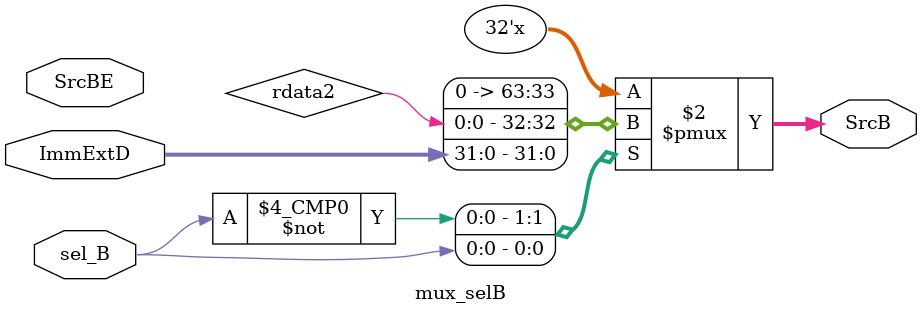
<source format=sv>
module mux_selB (
    input logic         sel_B, //from controller
    input logic  [31:0] ImmExtD,SrcBE,
    output logic [31:0] SrcB
);

always_comb begin 
    case (sel_B)
       1'b0 : SrcB = rdata2;
       1'b1 : SrcB = ImmExtD;
    endcase
    
end
    
endmodule


</source>
